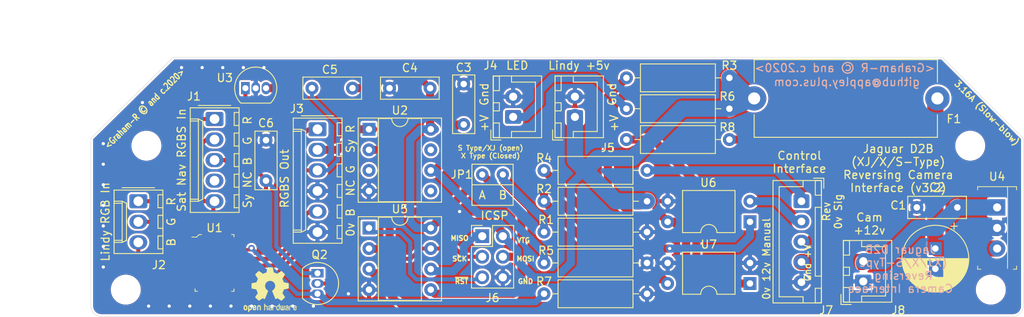
<source format=kicad_pcb>
(kicad_pcb (version 20171130) (host pcbnew 5.1.5-1.fc31)
  (title_block (title "Reversing Camera RGB Interface") (date 15/04/2020) (rev V3.2) (comment 2 "FSAV433/LM1881/ATtiny85 based PCB Prototype") (comment 4 "Author: Graham-R"))
  (layers (0 F.Cu signal hide) (31 B.Cu signal hide) (34 B.Paste user hide) (35 F.Paste user hide) (36 B.SilkS user) (37 F.SilkS user hide) (38 B.Mask user) (39 F.Mask user hide) (44 Edge.Cuts user))
  (net 0 "")
  (net 1 GND)
  (net 2 "Net-(C3-Pad2)")
  (net 3 "Net-(C5-Pad1)")
  (net 4 "Net-(C5-Pad2)")
  (net 5 "Net-(J1-Pad1)")
  (net 6 "Net-(J1-Pad2)")
  (net 7 "Net-(J1-Pad3)")
  (net 8 "Net-(J2-Pad1)")
  (net 9 "Net-(J2-Pad2)")
  (net 10 "Net-(J2-Pad3)")
  (net 11 "Net-(J3-Pad1)")
  (net 12 "Net-(J3-Pad2)")
  (net 13 "Net-(J3-Pad5)")
  (net 14 "Net-(Q2-Pad3)")
  (net 15 "Net-(C1-Pad1)")
  (net 16 "Net-(C2-Pad2)")
  (net 17 "Net-(J7-Pad1)")
  (net 18 "Net-(J7-Pad2)")
  (net 19 "Net-(J7-Pad3)")
  (net 20 "Net-(JP1-Pad2)")
  (net 21 "Net-(R4-Pad2)")
  (net 22 "Net-(R8-Pad2)")
  (net 23 Reverse_Mode_Select_MOSI)
  (net 24 Reverse_signal_Out_SCK)
  (net 25 ~RESET)
  (net 26 NC_MISO)
  (net 27 +5V)
  (net 28 "Net-(J4-Pad1)")
  (net 29 Manual_Override)
  (net 30 Reverse_Signal_In)
  (net 31 +3.3V)
  (module AA_GR_KICAD-footprints:TSSOP-20_W4.4mm (layer F.Cu) (at 40.64 50.8 270)
    (fp_text reference U1 (at -4.318 0 180) (layer F.SilkS))
    (fp_text value FSAV433_Video_Switch)
    (pad 1 smd rect (at -2.925 2.8 270) (size 0.3 1.6) (layers F.Cu F.Paste F.Mask) (net 1 GND))
    (pad 2 smd rect (at -2.275 2.8 270) (size 0.3 1.6) (layers F.Cu F.Paste F.Mask) (net 5 "Net-(J1-Pad1)"))
    (pad 3 smd rect (at -1.625 2.8 270) (size 0.3 1.6) (layers F.Cu F.Paste F.Mask) (net 8 "Net-(J2-Pad1)"))
    (pad 4 smd rect (at -0.975 2.8 270) (size 0.3 1.6) (layers F.Cu F.Paste F.Mask) (net 1 GND))
    (pad 5 smd rect (at -0.325 2.8 270) (size 0.3 1.6) (layers F.Cu F.Paste F.Mask) (net 1 GND))
    (pad 6 smd rect (at 0.325 2.8 270) (size 0.3 1.6) (layers F.Cu F.Paste F.Mask) (net 6 "Net-(J1-Pad2)"))
    (pad 7 smd rect (at 0.975 2.8 270) (size 0.3 1.6) (layers F.Cu F.Paste F.Mask) (net 9 "Net-(J2-Pad2)"))
    (pad 8 smd rect (at 1.625 2.8 270) (size 0.3 1.6) (layers F.Cu F.Paste F.Mask) (net 1 GND))
    (pad 9 smd rect (at 2.275 2.8 270) (size 0.3 1.6) (layers F.Cu F.Paste F.Mask) (net 1 GND))
    (pad 10 smd rect (at 2.925 2.8 270) (size 0.3 1.6) (layers F.Cu F.Paste F.Mask) (net 7 "Net-(J1-Pad3)"))
    (pad 11 smd rect (at 2.925 -2.8 270) (size 0.3 1.6) (layers F.Cu F.Paste F.Mask) (net 10 "Net-(J2-Pad3)"))
    (pad 12 smd rect (at 2.275 -2.8 270) (size 0.3 1.6) (layers F.Cu F.Paste F.Mask) (net 1 GND))
    (pad 13 smd rect (at 1.625 -2.8 270) (size 0.3 1.6) (layers F.Cu F.Paste F.Mask) (net 13 "Net-(J3-Pad5)"))
    (pad 14 smd rect (at 0.975 -2.8 270) (size 0.3 1.6) (layers F.Cu F.Paste F.Mask) (net 1 GND))
    (pad 15 smd rect (at 0.325 -2.8 270) (size 0.3 1.6) (layers F.Cu F.Paste F.Mask) (net 4 "Net-(C5-Pad2)"))
    (pad 16 smd rect (at -0.325 -2.8 270) (size 0.3 1.6) (layers F.Cu F.Paste F.Mask) (net 1 GND))
    (pad 17 smd rect (at -0.975 -2.8 270) (size 0.3 1.6) (layers F.Cu F.Paste F.Mask) (net 11 "Net-(J3-Pad1)"))
    (pad 18 smd rect (at -1.625 -2.8 270) (size 0.3 1.6) (layers F.Cu F.Paste F.Mask) (net 14 "Net-(Q2-Pad3)"))
    (pad 19 smd rect (at -2.275 -2.8 270) (size 0.3 1.6) (layers F.Cu F.Paste F.Mask) (net 31 +3.3V))
    (pad 20 smd rect (at -2.925 -2.8 270) (size 0.3 1.6) (layers F.Cu F.Paste F.Mask) (net 31 +3.3V))
  )
  (module Symbol:OSHW-Logo2_7.3x6mm_SilkScreen (layer F.Cu) (at 47.498 54.102)
    (fp_text reference REF** hide)
    (fp_text value OSHW-Logo2_7.3x6mm_SilkScreen hide)
  )
  (module Capacitor_THT:C_Rect_L7.0mm_W2.5mm_P5.00mm (layer F.Cu) (at 57.658 29.21 180)
    (fp_text reference C5 (at 2.794 2.286) (layer F.SilkS))
    (fp_text value 104K)
    (pad 1 thru_hole circle (at 0 0 180) (size 1.6 1.6) (drill 0.8) (layers *.Cu *.Mask) (net 3 "Net-(C5-Pad1)"))
    (pad 2 thru_hole circle (at 5 0 180) (size 1.6 1.6) (drill 0.8) (layers *.Cu *.Mask) (net 4 "Net-(C5-Pad2)"))
  )
  (module Connector_Molex:Molex_KK-254_AE-6410-06A_1x06_P2.54mm_Vertical (layer F.Cu) (at 53.34 34.29 270)
    (fp_text reference J3 (at -2.54 2.54 180) (layer F.SilkS))
    (fp_text value Conn_01x06)
    (pad 1 thru_hole roundrect (at 0 0 270) (size 1.74 2.2) (drill 1.2) (layers *.Cu *.Mask) (roundrect_rratio 0.143678) (net 11 "Net-(J3-Pad1)"))
    (pad 2 thru_hole oval (at 2.54 0 270) (size 1.74 2.2) (drill 1.2) (layers *.Cu *.Mask) (net 12 "Net-(J3-Pad2)"))
    (pad 3 thru_hole oval (at 5.08 0 270) (size 1.74 2.2) (drill 1.2) (layers *.Cu *.Mask) (net 4 "Net-(C5-Pad2)"))
    (pad 4 thru_hole oval (at 7.62 0 270) (size 1.74 2.2) (drill 1.2) (layers *.Cu *.Mask) (net 1 GND))
    (pad 5 thru_hole oval (at 10.16 0 270) (size 1.74 2.2) (drill 1.2) (layers *.Cu *.Mask) (net 13 "Net-(J3-Pad5)"))
    (pad 6 thru_hole oval (at 12.7 0 270) (size 1.74 2.2) (drill 1.2) (layers *.Cu *.Mask) (net 1 GND))
  )
  (module Capacitor_THT:C_Rect_L7.0mm_W2.5mm_P5.00mm (layer F.Cu) (at 71.374 28.702 270)
    (fp_text reference C3 (at -2.032 0 180) (layer F.SilkS))
    (fp_text value 104K)
    (pad 2 thru_hole circle (at 5 0 270) (size 1.6 1.6) (drill 0.8) (layers *.Cu *.Mask) (net 2 "Net-(C3-Pad2)"))
    (pad 1 thru_hole circle (at 0 0 270) (size 1.6 1.6) (drill 0.8) (layers *.Cu *.Mask) (net 1 GND))
  )
  (module Connector_JST:JST_XH_B2B-XH-A_1x02_P2.50mm_Vertical (layer F.Cu) (at 120.65 53.086 90)
    (fp_text reference J8 (at -3.556 4.318 180) (layer F.SilkS))
    (fp_text value Conn_01x02)
    (pad 1 thru_hole roundrect (at 0 0 90) (size 1.7 2) (drill 1) (layers *.Cu *.Mask) (roundrect_rratio 0.147059) (net 1 GND))
    (pad 2 thru_hole oval (at 2.5 0 90) (size 1.7 2) (drill 1) (layers *.Cu *.Mask) (net 16 "Net-(C2-Pad2)"))
  )
  (module Package_TO_SOT_THT:TO-92_Inline (layer F.Cu) (at 53.34 52.07 270)
    (fp_text reference Q2 (at -2.286 -0.254 180) (layer F.SilkS))
    (fp_text value BC550)
    (pad 2 thru_hole oval (at 1.27 0 270) (size 1.05 1.5) (drill 0.75) (layers *.Cu *.Mask) (net 24 Reverse_signal_Out_SCK))
    (pad 3 thru_hole oval (at 2.54 0 270) (size 1.05 1.5) (drill 0.75) (layers *.Cu *.Mask) (net 14 "Net-(Q2-Pad3)"))
    (pad 1 thru_hole rect (at 0 0 270) (size 1.05 1.5) (drill 0.75) (layers *.Cu *.Mask) (net 31 +3.3V))
  )
  (module Package_TO_SOT_THT:TO-92_Inline (layer F.Cu) (at 44.45 29.21)
    (fp_text reference U3 (at -2.54 -1.27) (layer F.SilkS))
    (fp_text value L78L33_TO92)
    (pad 2 thru_hole oval (at 1.27 0) (size 1.05 1.5) (drill 0.75) (layers *.Cu *.Mask) (net 1 GND))
    (pad 3 thru_hole oval (at 2.54 0) (size 1.05 1.5) (drill 0.75) (layers *.Cu *.Mask) (net 27 +5V))
    (pad 1 thru_hole rect (at 0 0) (size 1.05 1.5) (drill 0.75) (layers *.Cu *.Mask) (net 31 +3.3V))
  )
  (module digikey-footprints:TO-220-3 (layer F.Cu) (at 137.16 43.94 270)
    (fp_text reference U4 (at -3.808 0 180) (layer F.SilkS))
    (fp_text value L7805CV)
    (pad 1 thru_hole rect (at 0 0 270) (size 2 2) (drill 1) (layers *.Cu *.Mask) (net 16 "Net-(C2-Pad2)"))
    (pad 2 thru_hole circle (at 2.54 0 270) (size 2 2) (drill 1) (layers *.Cu *.Mask) (net 1 GND))
    (pad 3 thru_hole circle (at 5.08 0 270) (size 2 2) (drill 1) (layers *.Cu *.Mask) (net 15 "Net-(C1-Pad1)"))
  )
  (module Resistor_THT:R_Axial_DIN0309_L9.0mm_D3.2mm_P12.70mm_Horizontal (layer F.Cu) (at 81.28 46.99)
    (fp_text reference R1 (at 0.254 -1.524) (layer F.SilkS))
    (fp_text value 1K)
    (pad 2 thru_hole oval (at 12.7 0) (size 1.6 1.6) (drill 0.8) (layers *.Cu *.Mask) (net 1 GND))
    (pad 1 thru_hole circle (at 0 0) (size 1.6 1.6) (drill 0.8) (layers *.Cu *.Mask) (net 20 "Net-(JP1-Pad2)"))
  )
  (module Resistor_THT:R_Axial_DIN0309_L9.0mm_D3.2mm_P12.70mm_Horizontal (layer F.Cu) (at 93.98 43.18 180)
    (fp_text reference R2 (at 12.7 1.524) (layer F.SilkS))
    (fp_text value 1K)
    (pad 1 thru_hole circle (at 0 0 180) (size 1.6 1.6) (drill 0.8) (layers *.Cu *.Mask) (net 27 +5V))
    (pad 2 thru_hole oval (at 12.7 0 180) (size 1.6 1.6) (drill 0.8) (layers *.Cu *.Mask) (net 29 Manual_Override))
  )
  (module Resistor_THT:R_Axial_DIN0309_L9.0mm_D3.2mm_P12.70mm_Horizontal (layer F.Cu) (at 104.14 27.94 180)
    (fp_text reference R3 (at 0 1.524 180) (layer F.SilkS))
    (fp_text value 1K)
    (pad 1 thru_hole circle (at 0 0 180) (size 1.6 1.6) (drill 0.8) (layers *.Cu *.Mask) (net 27 +5V))
    (pad 2 thru_hole oval (at 12.7 0 180) (size 1.6 1.6) (drill 0.8) (layers *.Cu *.Mask) (net 30 Reverse_Signal_In))
  )
  (module Resistor_THT:R_Axial_DIN0309_L9.0mm_D3.2mm_P12.70mm_Horizontal (layer F.Cu) (at 93.98 39.37 180)
    (fp_text reference R4 (at 12.7 1.524) (layer F.SilkS))
    (fp_text value 1K)
    (pad 2 thru_hole oval (at 12.7 0 180) (size 1.6 1.6) (drill 0.8) (layers *.Cu *.Mask) (net 21 "Net-(R4-Pad2)"))
    (pad 1 thru_hole circle (at 0 0 180) (size 1.6 1.6) (drill 0.8) (layers *.Cu *.Mask) (net 17 "Net-(J7-Pad1)"))
  )
  (module Package_DIP:DIP-4_W10.16mm (layer F.Cu) (at 106.68 45.72 180)
    (fp_text reference U6 (at 5.1308 4.826) (layer F.SilkS))
    (fp_text value LTV-817M)
    (pad 4 thru_hole oval (at 10.16 0 180) (size 1.6 1.6) (drill 0.8) (layers *.Cu *.Mask) (net 30 Reverse_Signal_In))
    (pad 2 thru_hole oval (at 0 2.54 180) (size 1.6 1.6) (drill 0.8) (layers *.Cu *.Mask) (net 18 "Net-(J7-Pad2)"))
    (pad 3 thru_hole oval (at 10.16 2.54 180) (size 1.6 1.6) (drill 0.8) (layers *.Cu *.Mask) (net 1 GND))
    (pad 1 thru_hole rect (at 0 0 180) (size 1.6 1.6) (drill 0.8) (layers *.Cu *.Mask) (net 21 "Net-(R4-Pad2)"))
  )
  (module Package_DIP:DIP-4_W10.16mm (layer F.Cu) (at 106.68 53.34 180)
    (fp_text reference U7 (at 5.08 4.826) (layer F.SilkS))
    (fp_text value LTV-817M)
    (pad 1 thru_hole rect (at 0 0 180) (size 1.6 1.6) (drill 0.8) (layers *.Cu *.Mask) (net 22 "Net-(R8-Pad2)"))
    (pad 3 thru_hole oval (at 10.16 2.54 180) (size 1.6 1.6) (drill 0.8) (layers *.Cu *.Mask) (net 1 GND))
    (pad 2 thru_hole oval (at 0 2.54 180) (size 1.6 1.6) (drill 0.8) (layers *.Cu *.Mask) (net 1 GND))
    (pad 4 thru_hole oval (at 10.16 0 180) (size 1.6 1.6) (drill 0.8) (layers *.Cu *.Mask) (net 29 Manual_Override))
  )
  (module Fuse:Fuseholder_Cylinder-5x20mm_Stelvio-Kontek_PTF78_Horizontal_Open (layer F.Cu) (at 129.794 30.48 180)
    (fp_text reference F1 (at -2.032 -2.54) (layer F.SilkS))
    (fp_text value Fuse)
    (pad 1 thru_hole circle (at 0 0 180) (size 3 3) (drill 1.5) (layers *.Cu *.Mask) (net 15 "Net-(C1-Pad1)"))
    (pad 2 thru_hole circle (at 22.6 0 180) (size 3 3) (drill 1.5) (layers *.Cu *.Mask) (net 27 +5V))
  )
  (module AA_GR_KICAD-footprints:Jumper_THT_2 (layer F.Cu) (at 73.66 39.878)
    (fp_text reference JP1 (at -2.54 0) (layer F.SilkS))
    (fp_text value Jumper_2_Open)
    (fp_text user A (at 0 2.54) (layer F.SilkS))
    (fp_text user B (at 2.54 2.54) (layer F.SilkS))
    (pad 1 thru_hole circle (at 0 0) (size 1.524 1.524) (drill 0.762) (layers *.Cu *.Mask) (net 23 Reverse_Mode_Select_MOSI))
    (pad 2 thru_hole circle (at 2.54 0) (size 1.524 1.524) (drill 0.762) (layers *.Cu *.Mask) (net 20 "Net-(JP1-Pad2)"))
  )
  (module Package_DIP:DIP-8_W7.62mm_Socket (layer F.Cu) (at 59.69 46.482)
    (fp_text reference U5 (at 3.81 -2.33) (layer F.SilkS))
    (fp_text value ATtiny85-20PU)
    (pad 8 thru_hole oval (at 7.62 0) (size 1.6 1.6) (drill 0.8) (layers *.Cu *.Mask) (net 27 +5V))
    (pad 4 thru_hole oval (at 0 7.62) (size 1.6 1.6) (drill 0.8) (layers *.Cu *.Mask) (net 1 GND))
    (pad 7 thru_hole oval (at 7.62 2.54) (size 1.6 1.6) (drill 0.8) (layers *.Cu *.Mask) (net 24 Reverse_signal_Out_SCK))
    (pad 3 thru_hole oval (at 0 5.08) (size 1.6 1.6) (drill 0.8) (layers *.Cu *.Mask) (net 30 Reverse_Signal_In))
    (pad 6 thru_hole oval (at 7.62 5.08) (size 1.6 1.6) (drill 0.8) (layers *.Cu *.Mask) (net 26 NC_MISO))
    (pad 2 thru_hole oval (at 0 2.54) (size 1.6 1.6) (drill 0.8) (layers *.Cu *.Mask) (net 29 Manual_Override))
    (pad 5 thru_hole oval (at 7.62 7.62) (size 1.6 1.6) (drill 0.8) (layers *.Cu *.Mask) (net 23 Reverse_Mode_Select_MOSI))
    (pad 1 thru_hole rect (at 0 0) (size 1.6 1.6) (drill 0.8) (layers *.Cu *.Mask) (net 25 ~RESET))
  )
  (module Connector_PinHeader_2.54mm:PinHeader_2x03_P2.54mm_Vertical (layer F.Cu) (at 73.66 47.498)
    (fp_text reference J6 (at 1.27 7.62) (layer F.SilkS))
    (fp_text value Conn_02x03_Odd_Even)
    (pad 1 thru_hole rect (at 0 0) (size 1.7 1.7) (drill 1) (layers *.Cu *.Mask) (net 26 NC_MISO))
    (pad 2 thru_hole oval (at 2.54 0) (size 1.7 1.7) (drill 1) (layers *.Cu *.Mask) (net 27 +5V))
    (pad 3 thru_hole oval (at 0 2.54) (size 1.7 1.7) (drill 1) (layers *.Cu *.Mask) (net 24 Reverse_signal_Out_SCK))
    (pad 4 thru_hole oval (at 2.54 2.54) (size 1.7 1.7) (drill 1) (layers *.Cu *.Mask) (net 23 Reverse_Mode_Select_MOSI))
    (pad 5 thru_hole oval (at 0 5.08) (size 1.7 1.7) (drill 1) (layers *.Cu *.Mask) (net 25 ~RESET))
    (pad 6 thru_hole oval (at 2.54 5.08) (size 1.7 1.7) (drill 1) (layers *.Cu *.Mask) (net 1 GND))
  )
  (module MountingHole:MountingHole_3.2mm_M3_ISO7380 (layer F.Cu) (at 29.7 54.1)
    (fp_text reference H1 hide)
    (fp_text value MountingHole)
    (pad 1 np_thru_hole circle (at 0 0) (size 3.2 3.2) (drill 3.2) (layers *.Cu *.Mask))
  )
  (module MountingHole:MountingHole_3.2mm_M3_ISO7380 (layer F.Cu) (at 32.24 36.32 90)
    (fp_text reference H2 hide)
    (fp_text value MountingHole)
    (pad 1 np_thru_hole circle (at 0 0 90) (size 3.2 3.2) (drill 3.2) (layers *.Cu *.Mask))
  )
  (module MountingHole:MountingHole_3.2mm_M3_ISO7380 (layer F.Cu) (at 133.84 36.32)
    (fp_text reference H3 hide)
    (fp_text value MountingHole)
    (pad 1 np_thru_hole circle (at 0 0) (size 3.2 3.2) (drill 3.2) (layers *.Cu *.Mask))
  )
  (module AA_GR_KICAD-footprints:MountingHole_3.2mm_M3_ISO7380_no_courtyard (layer F.Cu) (at 136.38 54.1)
    (fp_text reference H4 hide)
    (fp_text value MountingHole hide)
    (pad 1 np_thru_hole circle (at 0 0) (size 3.2 3.2) (drill 3.2) (layers *.Cu *.Mask))
  )
  (module Capacitor_THT:CP_Radial_D8.0mm_P2.50mm (layer F.Cu) (at 129.54 49.022 270)
    (fp_text reference C1 (at -5.334 4.572 180) (layer F.SilkS))
    (fp_text value 220uF/25V)
    (pad 1 thru_hole rect (at 0 0 270) (size 1.6 1.6) (drill 0.8) (layers *.Cu *.Mask) (net 15 "Net-(C1-Pad1)"))
    (pad 2 thru_hole circle (at 2.5 0 270) (size 1.6 1.6) (drill 0.8) (layers *.Cu *.Mask) (net 1 GND))
  )
  (module Capacitor_THT:C_Rect_L7.0mm_W2.5mm_P5.00mm (layer F.Cu) (at 127.254 43.942)
    (fp_text reference C2 (at 2.5 -2.5) (layer F.SilkS))
    (fp_text value 103K)
    (pad 2 thru_hole circle (at 5 0) (size 1.6 1.6) (drill 0.8) (layers *.Cu *.Mask) (net 16 "Net-(C2-Pad2)"))
    (pad 1 thru_hole circle (at 0 0) (size 1.6 1.6) (drill 0.8) (layers *.Cu *.Mask) (net 1 GND))
  )
  (module Capacitor_THT:C_Rect_L7.0mm_W2.5mm_P5.00mm (layer F.Cu) (at 62.23 29.21)
    (fp_text reference C4 (at 2.5 -2.5) (layer F.SilkS))
    (fp_text value 104K)
    (pad 1 thru_hole circle (at 0 0) (size 1.6 1.6) (drill 0.8) (layers *.Cu *.Mask) (net 1 GND))
    (pad 2 thru_hole circle (at 5 0) (size 1.6 1.6) (drill 0.8) (layers *.Cu *.Mask) (net 27 +5V))
  )
  (module Capacitor_THT:C_Rect_L7.0mm_W2.5mm_P5.00mm (layer F.Cu) (at 46.99 40.64 90)
    (fp_text reference C6 (at 7.112 0 180) (layer F.SilkS))
    (fp_text value 103K)
    (pad 1 thru_hole circle (at 0 0 90) (size 1.6 1.6) (drill 0.8) (layers *.Cu *.Mask) (net 31 +3.3V))
    (pad 2 thru_hole circle (at 5 0 90) (size 1.6 1.6) (drill 0.8) (layers *.Cu *.Mask) (net 1 GND))
  )
  (module Connector_Molex:Molex_KK-254_AE-6410-05A_1x05_P2.54mm_Vertical (layer F.Cu) (at 40.64 33.02 270)
    (fp_text reference J1 (at -2.794 2.54 180) (layer F.SilkS))
    (fp_text value Conn_01x05)
    (pad 1 thru_hole roundrect (at 0 0 270) (size 1.74 2.2) (drill 1.2) (layers *.Cu *.Mask) (roundrect_rratio 0.143678) (net 5 "Net-(J1-Pad1)"))
    (pad 2 thru_hole oval (at 2.54 0 270) (size 1.74 2.2) (drill 1.2) (layers *.Cu *.Mask) (net 6 "Net-(J1-Pad2)"))
    (pad 3 thru_hole oval (at 5.08 0 270) (size 1.74 2.2) (drill 1.2) (layers *.Cu *.Mask) (net 7 "Net-(J1-Pad3)"))
    (pad 4 thru_hole oval (at 7.62 0 270) (size 1.74 2.2) (drill 1.2) (layers *.Cu *.Mask))
    (pad 5 thru_hole oval (at 10.16 0 270) (size 1.74 2.2) (drill 1.2) (layers *.Cu *.Mask) (net 6 "Net-(J1-Pad2)"))
  )
  (module Connector_Molex:Molex_KK-254_AE-6410-03A_1x03_P2.54mm_Vertical (layer F.Cu) (at 31.242 43.18 270)
    (fp_text reference J2 (at 7.874 -2.54 180) (layer F.SilkS))
    (fp_text value Conn_01x03)
    (pad 1 thru_hole roundrect (at 0 0 270) (size 1.74 2.2) (drill 1.2) (layers *.Cu *.Mask) (roundrect_rratio 0.143678) (net 8 "Net-(J2-Pad1)"))
    (pad 2 thru_hole oval (at 2.54 0 270) (size 1.74 2.2) (drill 1.2) (layers *.Cu *.Mask) (net 9 "Net-(J2-Pad2)"))
    (pad 3 thru_hole oval (at 5.08 0 270) (size 1.74 2.2) (drill 1.2) (layers *.Cu *.Mask) (net 10 "Net-(J2-Pad3)"))
  )
  (module Connector_JST:JST_XH_B2B-XH-A_1x02_P2.50mm_Vertical (layer F.Cu) (at 77.47 32.766 90)
    (fp_text reference J4 (at 6.35 -2.794 180) (layer F.SilkS))
    (fp_text value Conn_01x03)
    (pad 1 thru_hole roundrect (at 0 0 90) (size 1.7 2) (drill 1) (layers *.Cu *.Mask) (roundrect_rratio 0.147059) (net 28 "Net-(J4-Pad1)"))
    (pad 2 thru_hole oval (at 2.5 0 90) (size 1.7 2) (drill 1) (layers *.Cu *.Mask) (net 1 GND))
  )
  (module Connector_JST:JST_XH_B2B-XH-A_1x02_P2.50mm_Vertical (layer F.Cu) (at 85.09 32.766 90)
    (fp_text reference J5 (at -3.81 4.064 180) (layer F.SilkS))
    (fp_text value Conn_01x03)
    (pad 2 thru_hole oval (at 2.5 0 90) (size 1.7 2) (drill 1) (layers *.Cu *.Mask) (net 1 GND))
    (pad 1 thru_hole roundrect (at 0 0 90) (size 1.7 2) (drill 1) (layers *.Cu *.Mask) (roundrect_rratio 0.147059) (net 27 +5V))
  )
  (module Connector_JST:JST_XH_B5B-XH-A_1x05_P2.50mm_Vertical (layer F.Cu) (at 113.03 43.18 270)
    (fp_text reference J7 (at 13.462 -3.048 180) (layer F.SilkS))
    (fp_text value Conn_01x05)
    (pad 1 thru_hole roundrect (at 0 0 270) (size 1.7 1.95) (drill 0.95) (layers *.Cu *.Mask) (roundrect_rratio 0.147059) (net 17 "Net-(J7-Pad1)"))
    (pad 2 thru_hole oval (at 2.5 0 270) (size 1.7 1.95) (drill 0.95) (layers *.Cu *.Mask) (net 18 "Net-(J7-Pad2)"))
    (pad 3 thru_hole oval (at 5 0 270) (size 1.7 1.95) (drill 0.95) (layers *.Cu *.Mask) (net 19 "Net-(J7-Pad3)"))
    (pad 4 thru_hole oval (at 7.5 0 270) (size 1.7 1.95) (drill 0.95) (layers *.Cu *.Mask) (net 16 "Net-(C2-Pad2)"))
    (pad 5 thru_hole oval (at 10 0 270) (size 1.7 1.95) (drill 0.95) (layers *.Cu *.Mask) (net 1 GND))
  )
  (module Resistor_THT:R_Axial_DIN0309_L9.0mm_D3.2mm_P12.70mm_Horizontal (layer F.Cu) (at 93.98 50.8 180)
    (fp_text reference R5 (at 12.446 1.524) (layer F.SilkS))
    (fp_text value 680K)
    (pad 1 thru_hole circle (at 0 0 180) (size 1.6 1.6) (drill 0.8) (layers *.Cu *.Mask) (net 1 GND))
    (pad 2 thru_hole oval (at 12.7 0 180) (size 1.6 1.6) (drill 0.8) (layers *.Cu *.Mask) (net 2 "Net-(C3-Pad2)"))
  )
  (module Resistor_THT:R_Axial_DIN0309_L9.0mm_D3.2mm_P12.70mm_Horizontal (layer F.Cu) (at 104.14 31.75 180)
    (fp_text reference R6 (at 0.254 1.524 180) (layer F.SilkS))
    (fp_text value 330R)
    (pad 2 thru_hole oval (at 12.7 0 180) (size 1.6 1.6) (drill 0.8) (layers *.Cu *.Mask) (net 28 "Net-(J4-Pad1)"))
    (pad 1 thru_hole circle (at 0 0 180) (size 1.6 1.6) (drill 0.8) (layers *.Cu *.Mask) (net 27 +5V))
  )
  (module Resistor_THT:R_Axial_DIN0309_L9.0mm_D3.2mm_P12.70mm_Horizontal (layer F.Cu) (at 81.28 54.61)
    (fp_text reference R7 (at 0 -1.524) (layer F.SilkS))
    (fp_text value 10K)
    (pad 1 thru_hole circle (at 0 0) (size 1.6 1.6) (drill 0.8) (layers *.Cu *.Mask) (net 14 "Net-(Q2-Pad3)"))
    (pad 2 thru_hole oval (at 12.7 0) (size 1.6 1.6) (drill 0.8) (layers *.Cu *.Mask) (net 1 GND))
  )
  (module Resistor_THT:R_Axial_DIN0309_L9.0mm_D3.2mm_P12.70mm_Horizontal (layer F.Cu) (at 104.14 35.56 180)
    (fp_text reference R8 (at 0.254 1.524) (layer F.SilkS))
    (fp_text value 1K)
    (pad 2 thru_hole oval (at 12.7 0 180) (size 1.6 1.6) (drill 0.8) (layers *.Cu *.Mask) (net 22 "Net-(R8-Pad2)"))
    (pad 1 thru_hole circle (at 0 0 180) (size 1.6 1.6) (drill 0.8) (layers *.Cu *.Mask) (net 19 "Net-(J7-Pad3)"))
  )
  (module Package_DIP:DIP-8_W7.62mm_Socket (layer F.Cu) (at 59.69 34.29)
    (fp_text reference U2 (at 3.81 -2.33) (layer F.SilkS))
    (fp_text value LM1881_DIP8)
    (pad 1 thru_hole rect (at 0 0) (size 1.6 1.6) (drill 0.8) (layers *.Cu *.Mask) (net 12 "Net-(J3-Pad2)"))
    (pad 5 thru_hole oval (at 7.62 7.62) (size 1.6 1.6) (drill 0.8) (layers *.Cu *.Mask))
    (pad 2 thru_hole oval (at 0 2.54) (size 1.6 1.6) (drill 0.8) (layers *.Cu *.Mask) (net 3 "Net-(C5-Pad1)"))
    (pad 6 thru_hole oval (at 7.62 5.08) (size 1.6 1.6) (drill 0.8) (layers *.Cu *.Mask) (net 2 "Net-(C3-Pad2)"))
    (pad 3 thru_hole oval (at 0 5.08) (size 1.6 1.6) (drill 0.8) (layers *.Cu *.Mask))
    (pad 7 thru_hole oval (at 7.62 2.54) (size 1.6 1.6) (drill 0.8) (layers *.Cu *.Mask))
    (pad 4 thru_hole oval (at 0 7.62) (size 1.6 1.6) (drill 0.8) (layers *.Cu *.Mask) (net 1 GND))
    (pad 8 thru_hole oval (at 7.62 0) (size 1.6 1.6) (drill 0.8) (layers *.Cu *.Mask) (net 27 +5V))
  )
  (gr_text "0v 12v Manual" (at 108.712 50.292 90) (layer F.SilkS) (effects (font (size 0.9 0.9))))
  (gr_text ICSP (at 75.184 44.958) (layer F.SilkS) (effects (font (size 1 1))))
  (gr_text ~RST (at 71.12 53.086) (layer F.SilkS) (effects (font (size 0.6 0.6))))
  (gr_text SCK (at 70.866 50.292) (layer F.SilkS) (effects (font (size 0.6 0.6))))
  (gr_text MISO (at 70.866 47.752) (layer F.SilkS) (effects (font (size 0.6 0.6))))
  (gr_text VTG (at 78.74 48.006) (layer F.SilkS) (effects (font (size 0.6 0.6))))
  (gr_text GND (at 78.994 53.086) (layer F.SilkS) (effects (font (size 0.6 0.6))))
  (gr_text MOSI (at 78.994 50.292) (layer F.SilkS) (effects (font (size 0.6 0.6))))
  (gr_text "Rev\n0v Sig" (at 116.84 44.45 90) (layer F.SilkS) (effects (font (size 0.9 0.9))))
  (gr_text "<Graham-R © and c.2020>" (at 118.364 26.7208) (layer B.SilkS) (effects (font (size 1 1)) (justify mirror)))
  (gr_arc (start 26.67 56.134) (end 25.4 56.134) (angle -90) (layer Edge.Cuts) (width 0.05))
  (gr_arc (start 139.1158 56.134) (end 139.1158 57.404) (angle -90) (layer Edge.Cuts) (width 0.05))
  (gr_text github@appley.plus.com (at 118.618 28.448) (layer B.SilkS) (effects (font (size 1 1)) (justify mirror)))
  (gr_text "Jaguar D2B\n(XJ/X/S-Type)\nReversing \nCamera Interface" (at 125.222 51.562) (layer B.SilkS) (effects (font (size 1 1)) (justify mirror)))
  (gr_text "Control\nInterface" (at 112.776 38.354) (layer F.SilkS) (effects (font (size 1 1))))
  (gr_text "Gnd +V" (at 113.792 50.8 90) (layer F.SilkS) (effects (font (size 0.8 0.8))))
  (gr_text "Cam\n+12v" (at 121.412 45.974) (layer F.SilkS) (effects (font (size 1 1))))
  (gr_text "S Type/XJ (open)\nX Type (Closed)" (at 74.676 37.084) (layer F.SilkS) (effects (font (size 0.6 0.6) (thickness 0.125))))
  (gr_text "<Graham-R © and c.2020>" (at 32.004 31.75 45) (layer F.SilkS) (effects (font (size 0.8 0.6))))
  (gr_text "Jaguar D2B\n(XJ/X/S-Type)\nReversing Camera\nInterface (v3.2)" (at 124.968 39.116) (layer F.SilkS) (effects (font (size 1 1))))
  (gr_text "RGBS Out" (at 49.276 40.386 90) (layer F.SilkS) (effects (font (size 1 1))))
  (gr_text "B  G  R" (at 35.306 45.72 90) (layer F.SilkS) (effects (font (size 1 1))))
  (gr_text "0v B  NC G  Sy R" (at 57.404 40.64 90) (layer F.SilkS) (effects (font (size 1 1))))
  (gr_text "Sy NC B  G  R" (at 44.704 38.354 90) (layer F.SilkS) (effects (font (size 1 1))))
  (gr_text "Sat Nav RGBS In" (at 36.576 38.1 90) (layer F.SilkS) (effects (font (size 1 1))))
  (gr_text "Lindy RGB In" (at 27.178 45.72 90) (layer F.SilkS) (effects (font (size 1 1))))
  (gr_text +V (at 89.916 33.528 90) (layer F.SilkS) (effects (font (size 1 1))))
  (gr_text +V (at 73.914 33.528 90) (layer F.SilkS) (effects (font (size 1 1))))
  (gr_text Gnd (at 73.914 29.972 90) (layer F.SilkS) (effects (font (size 1 1))))
  (gr_text Gnd (at 89.662 29.972 90) (layer F.SilkS) (effects (font (size 1 1))))
  (gr_text "Lindy +5v" (at 85.598 26.416) (layer F.SilkS) (effects (font (size 1 1))))
  (gr_text LED (at 77.978 26.416) (layer F.SilkS) (effects (font (size 1 1))))
  (gr_text "3.16A (Slow-blow)" (at 135.89 32.258 -45) (layer F.SilkS) (effects (font (size 0.75 0.75))))
  (gr_line (start 140.3858 35.4) (end 130.3858 25.4) (layer Edge.Cuts) (width 0.05))
  (gr_line (start 35.56 25.4) (end 25.4 35.4) (layer Edge.Cuts) (width 0.05))
  (gr_line (start 26.67 57.404) (end 139.1158 57.404) (layer Edge.Cuts) (width 0.05))
  (gr_line (start 25.4 35.4) (end 25.4 56.134) (layer Edge.Cuts) (width 0.05))
  (gr_line (start 140.3858 35.4) (end 140.3858 56.134) (layer Edge.Cuts) (width 0.05))
  (gr_line (start 35.56 25.4) (end 130.3858 25.4) (layer Edge.Cuts) (width 0.05))
  (via (at 32.512 56.134) (size 0.8) (drill 0.4) (layers F.Cu B.Cu) (net 1))
  (via (at 35.052 56.134) (size 0.8) (drill 0.4) (layers F.Cu B.Cu) (net 1))
  (via (at 37.592 56.134) (size 0.8) (drill 0.4) (layers F.Cu B.Cu) (net 1))
  (via (at 40.132 56.134) (size 0.8) (drill 0.4) (layers F.Cu B.Cu) (net 1))
  (via (at 42.672 56.134) (size 0.8) (drill 0.4) (layers F.Cu B.Cu) (net 1))
  (via (at 45.212 56.134) (size 0.8) (drill 0.4) (layers F.Cu B.Cu) (net 1))
  (via (at 47.752 56.134) (size 0.8) (drill 0.4) (layers F.Cu B.Cu) (net 1))
  (via (at 50.292 56.134) (size 0.8) (drill 0.4) (layers F.Cu B.Cu) (net 1))
  (via (at 52.832 56.134) (size 0.8) (drill 0.4) (layers F.Cu B.Cu) (net 1))
  (via (at 26.924 36.068) (size 0.8) (drill 0.4) (layers F.Cu B.Cu) (net 1))
  (via (at 26.924 38.608) (size 0.8) (drill 0.4) (layers F.Cu B.Cu) (net 1))
  (via (at 26.924 41.148) (size 0.8) (drill 0.4) (layers F.Cu B.Cu) (net 1))
  (via (at 26.924 43.688) (size 0.8) (drill 0.4) (layers F.Cu B.Cu) (net 1))
  (via (at 26.924 46.228) (size 0.8) (drill 0.4) (layers F.Cu B.Cu) (net 1))
  (via (at 26.924 48.768) (size 0.8) (drill 0.4) (layers F.Cu B.Cu) (net 1))
  (via (at 26.924 51.308) (size 0.8) (drill 0.4) (layers F.Cu B.Cu) (net 1))
  (via (at 36.576 26.67) (size 0.8) (drill 0.4) (layers F.Cu B.Cu) (net 1))
  (via (at 39.116 26.67) (size 0.8) (drill 0.4) (layers F.Cu B.Cu) (net 1))
  (via (at 41.656 26.67) (size 0.8) (drill 0.4) (layers F.Cu B.Cu) (net 1))
  (via (at 44.196 26.67) (size 0.8) (drill 0.4) (layers F.Cu B.Cu) (net 1))
  (via (at 46.736 26.67) (size 0.8) (drill 0.4) (layers F.Cu B.Cu) (net 1))
  (via (at 31.75 30.988) (size 0.8) (drill 0.4) (layers F.Cu B.Cu) (net 1))
  (via (at 57.15 54.61) (size 0.8) (drill 0.4) (layers F.Cu B.Cu) (net 1))
  (segment (start 131.358 51.522) (end 129.794 51.522) (width 2) (layer B.Cu) (net 1))
  (segment (start 135.745787 46.48) (end 135.743787 46.482) (width 2) (layer B.Cu) (net 1))
  (segment (start 137.16 46.48) (end 135.745787 46.48) (width 2) (layer B.Cu) (net 1))
  (segment (start 134.112 46.482) (end 132.842 47.752) (width 2) (layer B.Cu) (net 1))
  (segment (start 135.743787 46.482) (end 134.112 46.482) (width 2) (layer B.Cu) (net 1))
  (segment (start 132.842 50.038) (end 131.358 51.522) (width 2) (layer B.Cu) (net 1))
  (segment (start 132.842 47.752) (end 132.842 50.038) (width 2) (layer B.Cu) (net 1))
  (via (at 70.866 44.45) (size 0.8) (drill 0.4) (layers F.Cu B.Cu) (net 1))
  (segment (start 69.318001 34.995999) (end 69.318001 37.869999) (width 1) (layer F.Cu) (net 2))
  (segment (start 69.318001 37.869999) (end 67.818 39.37) (width 1) (layer F.Cu) (net 2))
  (segment (start 71.374 33.702) (end 70.612 33.702) (width 1) (layer F.Cu) (net 2))
  (segment (start 70.612 33.702) (end 69.318001 34.995999) (width 1) (layer F.Cu) (net 2))
  (segment (start 81.28 50.8) (end 81.280005 50.800005) (width 1) (layer B.Cu) (net 2))
  (segment (start 81.28 49.570464) (end 81.28 50.8) (width 1) (layer B.Cu) (net 2))
  (segment (start 76.413536 44.704) (end 81.28 49.570464) (width 1) (layer B.Cu) (net 2))
  (segment (start 67.818 39.37) (end 73.152 44.704) (width 1) (layer B.Cu) (net 2))
  (segment (start 73.152 44.704) (end 76.413536 44.704) (width 1) (layer B.Cu) (net 2))
  (segment (start 58.78937 29.21) (end 62.23 32.65063) (width 1) (layer F.Cu) (net 3))
  (segment (start 57.658 29.21) (end 58.78937 29.21) (width 1) (layer F.Cu) (net 3))
  (segment (start 61.32937 36.83) (end 60.198 36.83) (width 1) (layer F.Cu) (net 3))
  (segment (start 62.23 35.92937) (end 61.32937 36.83) (width 1) (layer F.Cu) (net 3))
  (segment (start 62.23 32.65063) (end 62.23 35.92937) (width 1) (layer F.Cu) (net 3))
  (segment (start 52.658 30.34137) (end 55.88 33.56337) (width 0.5) (layer B.Cu) (net 4))
  (segment (start 52.658 29.21) (end 52.658 30.34137) (width 0.5) (layer B.Cu) (net 4))
  (segment (start 55.88 33.56337) (end 55.88 38.1) (width 0.5) (layer B.Cu) (net 4))
  (segment (start 55.88 38.1) (end 54.61 39.37) (width 0.5) (layer B.Cu) (net 4))
  (segment (start 54.61 39.37) (end 53.34 39.37) (width 0.5) (layer B.Cu) (net 4))
  (segment (start 51.74 39.37) (end 53.34 39.37) (width 0.5) (layer F.Cu) (net 4))
  (segment (start 50.546 40.564) (end 51.74 39.37) (width 0.5) (layer F.Cu) (net 4))
  (segment (start 43.44 51.125) (end 48.340765 51.125) (width 0.5) (layer F.Cu) (net 4))
  (segment (start 50.546 48.919765) (end 50.546 40.564) (width 0.5) (layer F.Cu) (net 4))
  (segment (start 48.340765 51.125) (end 50.546 48.919765) (width 0.5) (layer F.Cu) (net 4))
  (segment (start 36.957 48.525) (end 37.84 48.525) (width 0.4) (layer F.Cu) (net 5))
  (segment (start 36.83 48.514) (end 36.957 48.525) (width 0.4) (layer F.Cu) (net 5))
  (segment (start 36.83 48.514) (end 36.7284 48.514) (width 0.4) (layer F.Cu) (net 5))
  (segment (start 38.1 33.02) (end 40.64 33.02) (width 0.5) (layer F.Cu) (net 5))
  (segment (start 35.814 35.306) (end 38.1 33.02) (width 0.5) (layer F.Cu) (net 5))
  (segment (start 36.7284 48.514) (end 35.814 47.5996) (width 0.5) (layer F.Cu) (net 5))
  (segment (start 35.814 47.5996) (end 35.814 35.306) (width 0.5) (layer F.Cu) (net 5))
  (segment (start 40.4876 43.3324) (end 40.64 43.18) (width 0.25) (layer F.Cu) (net 6))
  (segment (start 40.4876 50.3428) (end 40.4876 43.3324) (width 0.5) (layer F.Cu) (net 6))
  (segment (start 37.84 51.125) (end 39.7054 51.125) (width 0.4) (layer F.Cu) (net 6))
  (segment (start 39.7054 51.125) (end 40.4876 50.3428) (width 0.5) (layer F.Cu) (net 6))
  (segment (start 39.37 43.18) (end 40.64 43.18) (width 0.5) (layer F.Cu) (net 6))
  (segment (start 38.354 42.164) (end 39.37 43.18) (width 0.5) (layer F.Cu) (net 6))
  (segment (start 40.64 35.56) (end 39.624 35.56) (width 0.5) (layer F.Cu) (net 6))
  (segment (start 38.354 36.83) (end 38.354 42.164) (width 0.5) (layer F.Cu) (net 6))
  (segment (start 39.624 35.56) (end 38.354 36.83) (width 0.5) (layer F.Cu) (net 6))
  (segment (start 41.91 38.1) (end 40.64 38.1) (width 0.5) (layer F.Cu) (net 7))
  (segment (start 43.18 39.37) (end 41.91 38.1) (width 0.5) (layer F.Cu) (net 7))
  (segment (start 40.763 53.725) (end 41.402 53.086) (width 0.5) (layer F.Cu) (net 7))
  (segment (start 41.402 46.228) (end 43.18 44.45) (width 0.5) (layer F.Cu) (net 7))
  (segment (start 37.84 53.725) (end 40.763 53.725) (width 0.5) (layer F.Cu) (net 7))
  (segment (start 43.18 44.45) (end 43.18 39.37) (width 0.5) (layer F.Cu) (net 7))
  (segment (start 41.402 53.086) (end 41.402 46.228) (width 0.5) (layer F.Cu) (net 7))
  (segment (start 33.909 43.18) (end 35.052 44.323) (width 0.5) (layer F.Cu) (net 8))
  (segment (start 35.052 47.827564) (end 36.438446 49.21401) (width 0.5) (layer F.Cu) (net 8))
  (segment (start 35.052 44.323) (end 35.052 47.827564) (width 0.5) (layer F.Cu) (net 8))
  (segment (start 37.80099 49.21401) (end 37.84 49.175) (width 0.5) (layer F.Cu) (net 8))
  (segment (start 36.438446 49.21401) (end 37.80099 49.21401) (width 0.5) (layer F.Cu) (net 8))
  (segment (start 31.242 43.18) (end 33.909 43.18) (width 0.5) (layer F.Cu) (net 8))
  (segment (start 37.84 51.775) (end 35.519 51.775) (width 0.5) (layer F.Cu) (net 9))
  (segment (start 35.601 51.775) (end 35.519 51.775) (width 0.25) (layer F.Cu) (net 9))
  (segment (start 33.02 45.72) (end 31.242 45.72) (width 0.5) (layer F.Cu) (net 9))
  (segment (start 35.519 51.775) (end 33.274 49.53) (width 0.5) (layer F.Cu) (net 9))
  (segment (start 33.274 45.974) (end 33.02 45.72) (width 0.5) (layer F.Cu) (net 9))
  (segment (start 33.274 49.53) (end 33.274 45.974) (width 0.5) (layer F.Cu) (net 9))
  (segment (start 31.242 48.26) (end 31.242 48.514) (width 0.5) (layer F.Cu) (net 10))
  (segment (start 43.44 54.4516) (end 43.44 53.725) (width 0.5) (layer F.Cu) (net 10))
  (segment (start 42.8498 55.0418) (end 43.44 54.4516) (width 0.5) (layer F.Cu) (net 10))
  (segment (start 35.4584 55.0418) (end 42.8498 55.0418) (width 0.5) (layer F.Cu) (net 10))
  (segment (start 31.242 48.26) (end 31.242 50.8254) (width 0.5) (layer F.Cu) (net 10))
  (segment (start 31.242 50.8254) (end 35.4584 55.0418) (width 0.5) (layer F.Cu) (net 10))
  (segment (start 44.876 50.292) (end 48.1838 50.292) (width 0.5) (layer F.Cu) (net 11))
  (segment (start 48.1838 50.292) (end 49.784 48.6918) (width 0.5) (layer F.Cu) (net 11))
  (segment (start 49.784 48.6918) (end 49.784 36.746) (width 0.5) (layer F.Cu) (net 11))
  (segment (start 52.24 34.29) (end 53.34 34.29) (width 0.5) (layer F.Cu) (net 11))
  (segment (start 44.409 49.825) (end 44.876 50.292) (width 0.5) (layer F.Cu) (net 11))
  (segment (start 49.784 36.746) (end 52.24 34.29) (width 0.5) (layer F.Cu) (net 11))
  (segment (start 43.44 49.825) (end 44.409 49.825) (width 0.4) (layer F.Cu) (net 11))
  (segment (start 53.34 36.83) (end 55.88 36.83) (width 1) (layer F.Cu) (net 12))
  (segment (start 58.398 34.29) (end 60.198 34.29) (width 1) (layer F.Cu) (net 12))
  (segment (start 55.88 36.808) (end 58.398 34.29) (width 1) (layer F.Cu) (net 12))
  (segment (start 55.88 36.83) (end 55.88 36.808) (width 1) (layer F.Cu) (net 12))
  (segment (start 51.308 49.14773) (end 51.308 45.466) (width 0.5) (layer F.Cu) (net 13))
  (segment (start 51.308 45.466) (end 52.324 44.45) (width 0.5) (layer F.Cu) (net 13))
  (segment (start 43.44 52.425) (end 48.03073 52.425) (width 0.5) (layer F.Cu) (net 13))
  (segment (start 52.324 44.45) (end 53.34 44.45) (width 0.5) (layer F.Cu) (net 13))
  (segment (start 48.03073 52.425) (end 51.308 49.14773) (width 0.5) (layer F.Cu) (net 13))
  (segment (start 53.34 54.61) (end 53.565 54.61) (width 1) (layer B.Cu) (net 14))
  (segment (start 53.34 54.61) (end 50.832816 54.61) (width 0.5) (layer B.Cu) (net 14))
  (segment (start 50.832816 54.61) (end 45.59949 49.376674) (width 0.5) (layer B.Cu) (net 14))
  (segment (start 45.001166 49.175) (end 45.199491 48.976675) (width 0.4) (layer F.Cu) (net 14))
  (segment (start 43.44 49.175) (end 45.001166 49.175) (width 0.4) (layer F.Cu) (net 14))
  (via (at 45.199491 48.976675) (size 0.8) (drill 0.4) (layers F.Cu B.Cu) (net 14))
  (segment (start 45.59949 49.376674) (end 45.199491 48.976675) (width 0.5) (layer B.Cu) (net 14))
  (segment (start 53.565 54.61) (end 54.581 55.626) (width 0.8) (layer B.Cu) (net 14))
  (segment (start 80.264 55.626) (end 81.28 54.61) (width 0.8) (layer B.Cu) (net 14))
  (segment (start 54.581 55.626) (end 80.264 55.626) (width 0.8) (layer B.Cu) (net 14))
  (segment (start 129.796 49.02) (end 129.794 49.022) (width 2) (layer F.Cu) (net 15))
  (segment (start 137.16 49.02) (end 129.796 49.02) (width 2) (layer F.Cu) (net 15))
  (segment (start 129.54 48.768) (end 129.794 49.022) (width 2) (layer F.Cu) (net 15))
  (segment (start 129.54 30.48) (end 129.54 48.768) (width 2) (layer F.Cu) (net 15))
  (segment (start 120.556 50.68) (end 120.65 50.586) (width 2) (layer F.Cu) (net 16))
  (segment (start 113.03 50.68) (end 120.556 50.68) (width 2) (layer F.Cu) (net 16))
  (segment (start 132.254 43.942) (end 137.16 43.94) (width 2) (layer B.Cu) (net 16))
  (segment (start 129.714 46.482) (end 132.254 43.942) (width 2) (layer B.Cu) (net 16))
  (segment (start 127.254 46.482) (end 129.714 46.482) (width 2) (layer B.Cu) (net 16))
  (segment (start 120.65 50.586) (end 123.15 50.586) (width 2) (layer B.Cu) (net 16))
  (segment (start 123.15 50.586) (end 127.254 46.482) (width 2) (layer B.Cu) (net 16))
  (segment (start 113.03 42.418) (end 113.03 43.18) (width 1) (layer B.Cu) (net 17))
  (segment (start 93.98 39.37) (end 109.982 39.37) (width 1) (layer B.Cu) (net 17))
  (segment (start 109.982 39.37) (end 113.03 42.418) (width 1) (layer B.Cu) (net 17))
  (segment (start 112.325 45.68) (end 113.03 45.68) (width 1) (layer B.Cu) (net 18))
  (segment (start 106.68 43.18) (end 109.825 43.18) (width 1) (layer B.Cu) (net 18))
  (segment (start 109.825 43.18) (end 112.325 45.68) (width 1) (layer B.Cu) (net 18))
  (segment (start 109.982 35.56) (end 104.14 35.56) (width 1) (layer F.Cu) (net 19))
  (segment (start 115.57 41.148) (end 109.982 35.56) (width 1) (layer F.Cu) (net 19))
  (segment (start 115.57 46.482) (end 115.57 41.148) (width 1) (layer F.Cu) (net 19))
  (segment (start 113.03 48.18) (end 113.872 48.18) (width 1) (layer F.Cu) (net 19))
  (segment (start 113.872 48.18) (end 115.57 46.482) (width 1) (layer F.Cu) (net 19))
  (segment (start 81.28 45.54693) (end 81.28 45.85863) (width 1) (layer B.Cu) (net 20))
  (segment (start 81.28 45.85863) (end 81.28 46.99) (width 1) (layer B.Cu) (net 20))
  (segment (start 76.2 40.132) (end 76.2 40.46693) (width 1) (layer B.Cu) (net 20))
  (segment (start 76.2 40.46693) (end 81.28 45.54693) (width 1) (layer B.Cu) (net 20))
  (via (at 96.774 49.022) (size 0.8) (drill 0.4) (layers F.Cu B.Cu) (net 21))
  (segment (start 105.156 49.022) (end 96.774 49.022) (width 1) (layer B.Cu) (net 21))
  (segment (start 106.68 45.72) (end 106.68 47.498) (width 1) (layer B.Cu) (net 21))
  (segment (start 106.68 47.498) (end 105.156 49.022) (width 1) (layer B.Cu) (net 21))
  (segment (start 90.932 49.022) (end 96.774 49.022) (width 1) (layer F.Cu) (net 21))
  (segment (start 81.28 39.37) (end 90.932 49.022) (width 1) (layer F.Cu) (net 21))
  (segment (start 100.076 52.324) (end 101.092 53.34) (width 1) (layer F.Cu) (net 22))
  (segment (start 101.092 53.34) (end 106.68 53.34) (width 1) (layer F.Cu) (net 22))
  (segment (start 91.44 35.56) (end 94.742 35.56) (width 1) (layer F.Cu) (net 22))
  (segment (start 100.076 40.894) (end 100.076 52.324) (width 1) (layer F.Cu) (net 22))
  (segment (start 94.742 35.56) (end 100.076 40.894) (width 1) (layer F.Cu) (net 22))
  (segment (start 73.66 40.132) (end 73.66 39.878) (width 1) (layer F.Cu) (net 23))
  (segment (start 73.66 39.878) (end 78.486 44.704) (width 1) (layer F.Cu) (net 23))
  (segment (start 76.2 50.038) (end 78.486 50.038) (width 1) (layer F.Cu) (net 23))
  (segment (start 78.486 44.704) (end 78.486 50.038) (width 1) (layer F.Cu) (net 23))
  (segment (start 67.818 54.61) (end 67.31 54.102) (width 1) (layer F.Cu) (net 23))
  (segment (start 77.47 54.61) (end 67.818 54.61) (width 1) (layer F.Cu) (net 23))
  (segment (start 78.486 50.038) (end 78.486 53.594) (width 1) (layer F.Cu) (net 23))
  (segment (start 78.486 53.594) (end 77.47 54.61) (width 1) (layer F.Cu) (net 23))
  (segment (start 57.912 50.292) (end 54.864 53.34) (width 0.5) (layer F.Cu) (net 24))
  (segment (start 67.31 49.022) (end 66.0908 49.022) (width 0.5) (layer F.Cu) (net 24))
  (segment (start 54.864 53.34) (end 53.34 53.34) (width 0.5) (layer F.Cu) (net 24))
  (segment (start 64.8208 50.292) (end 57.912 50.292) (width 0.5) (layer F.Cu) (net 24))
  (segment (start 66.0908 49.022) (end 64.8208 50.292) (width 0.5) (layer F.Cu) (net 24))
  (segment (start 70.358 49.022) (end 67.31 49.022) (width 0.5) (layer F.Cu) (net 24))
  (segment (start 73.66 50.038) (end 71.374 50.038) (width 0.5) (layer F.Cu) (net 24))
  (segment (start 71.374 50.038) (end 70.358 49.022) (width 0.5) (layer F.Cu) (net 24))
  (segment (start 63.5 46.99) (end 60.198 46.99) (width 0.5) (layer B.Cu) (net 25))
  (segment (start 73.406 52.832) (end 65.532 52.832) (width 0.5) (layer B.Cu) (net 25))
  (segment (start 73.66 52.578) (end 73.406 52.832) (width 0.5) (layer B.Cu) (net 25))
  (segment (start 64.77 52.07) (end 64.77 48.26) (width 0.5) (layer B.Cu) (net 25))
  (segment (start 64.77 48.26) (end 63.5 46.99) (width 0.5) (layer B.Cu) (net 25))
  (segment (start 65.532 52.832) (end 64.77 52.07) (width 0.5) (layer B.Cu) (net 25))
  (segment (start 67.564 51.816) (end 67.31 51.562) (width 1) (layer B.Cu) (net 26))
  (segment (start 72.644 47.498) (end 71.374 48.768) (width 1) (layer B.Cu) (net 26))
  (segment (start 73.66 47.498) (end 72.644 47.498) (width 1) (layer B.Cu) (net 26))
  (segment (start 71.374 48.768) (end 71.374 50.546) (width 1) (layer B.Cu) (net 26))
  (segment (start 71.374 50.546) (end 70.104 51.816) (width 1) (layer B.Cu) (net 26))
  (segment (start 70.104 51.816) (end 67.564 51.816) (width 1) (layer B.Cu) (net 26))
  (segment (start 48.515 29.21) (end 51.055 26.67) (width 0.8) (layer F.Cu) (net 27))
  (segment (start 46.99 29.21) (end 48.515 29.21) (width 1) (layer F.Cu) (net 27))
  (segment (start 64.69 26.67) (end 67.23 29.21) (width 0.8) (layer F.Cu) (net 27))
  (segment (start 51.055 26.67) (end 64.69 26.67) (width 0.8) (layer F.Cu) (net 27))
  (segment (start 67.23 33.702) (end 67.818 34.29) (width 1) (layer F.Cu) (net 27))
  (segment (start 67.23 29.21) (end 67.23 33.702) (width 1) (layer F.Cu) (net 27))
  (segment (start 90.17 43.18) (end 93.98 43.18) (width 2) (layer B.Cu) (net 27))
  (segment (start 104.14 31.75) (end 107.194 30.48) (width 2) (layer B.Cu) (net 27))
  (segment (start 106.68 30.48) (end 104.14 27.94) (width 2) (layer B.Cu) (net 27))
  (segment (start 107.194 30.48) (end 106.68 30.48) (width 2) (layer B.Cu) (net 27))
  (segment (start 104.14 27.94) (end 104.14 31.75) (width 2) (layer B.Cu) (net 27))
  (segment (start 64.77 35.56) (end 64.77 45.72) (width 1) (layer B.Cu) (net 27))
  (segment (start 67.818 34.29) (end 66.04 34.29) (width 1) (layer B.Cu) (net 27))
  (segment (start 65.532 46.482) (end 67.31 46.482) (width 1) (layer B.Cu) (net 27))
  (segment (start 64.77 45.72) (end 65.532 46.482) (width 1) (layer B.Cu) (net 27))
  (segment (start 66.04 34.29) (end 64.77 35.56) (width 1) (layer B.Cu) (net 27))
  (segment (start 68.072 45.72) (end 74.842002 45.72) (width 1) (layer F.Cu) (net 27))
  (segment (start 67.31 46.482) (end 68.072 45.72) (width 1) (layer F.Cu) (net 27))
  (segment (start 76.2 47.057919) (end 76.2 47.498) (width 1) (layer F.Cu) (net 27))
  (segment (start 75.184 46.041919) (end 76.2 47.057919) (width 1) (layer F.Cu) (net 27))
  (segment (start 74.842002 45.72) (end 75.163921 46.041919) (width 1) (layer F.Cu) (net 27))
  (segment (start 75.163921 46.041919) (end 75.184 46.041919) (width 1) (layer F.Cu) (net 27))
  (segment (start 103.00863 31.75) (end 104.14 31.75) (width 2) (layer B.Cu) (net 27))
  (segment (start 98.298 31.75) (end 103.00863 31.75) (width 2) (layer B.Cu) (net 27))
  (segment (start 92.202 37.846) (end 98.298 31.75) (width 2) (layer B.Cu) (net 27))
  (segment (start 86.614 39.116) (end 87.884 37.846) (width 2) (layer B.Cu) (net 27))
  (segment (start 87.884 37.846) (end 92.202 37.846) (width 2) (layer B.Cu) (net 27))
  (segment (start 85.09 38.1) (end 90.17 43.18) (width 2) (layer B.Cu) (net 27))
  (segment (start 85.09 32.766) (end 85.09 38.1) (width 2) (layer B.Cu) (net 27))
  (segment (start 86.868 39.878) (end 90.17 43.18) (width 1) (layer B.Cu) (net 27))
  (segment (start 86.868 38.862) (end 86.868 39.878) (width 1) (layer B.Cu) (net 27))
  (segment (start 84.582 41.148) (end 86.868 38.862) (width 1) (layer B.Cu) (net 27))
  (segment (start 84.582 50.8) (end 84.582 41.148) (width 1) (layer B.Cu) (net 27))
  (segment (start 80.01 52.578) (end 82.804 52.578) (width 1) (layer B.Cu) (net 27))
  (segment (start 77.978 49.276) (end 77.978 50.546) (width 1) (layer B.Cu) (net 27))
  (segment (start 76.2 47.498) (end 77.978 49.276) (width 1) (layer B.Cu) (net 27))
  (segment (start 77.978 50.546) (end 80.01 52.578) (width 1) (layer B.Cu) (net 27))
  (segment (start 82.804 52.578) (end 84.582 50.8) (width 1) (layer B.Cu) (net 27))
  (segment (start 87.63 27.94) (end 91.44 31.75) (width 1) (layer B.Cu) (net 28))
  (segment (start 78.994 32.766) (end 80.772 30.988) (width 1) (layer B.Cu) (net 28))
  (segment (start 80.772 30.988) (end 80.772 29.464) (width 1) (layer B.Cu) (net 28))
  (segment (start 80.772 29.464) (end 82.296 27.94) (width 1) (layer B.Cu) (net 28))
  (segment (start 77.47 32.766) (end 78.994 32.766) (width 1) (layer B.Cu) (net 28))
  (segment (start 82.296 27.94) (end 87.63 27.94) (width 1) (layer B.Cu) (net 28))
  (segment (start 59.7408 49.0728) (end 59.69 49.022) (width 1) (layer F.Cu) (net 29))
  (segment (start 71.628 39.37) (end 71.628 41.91) (width 1) (layer F.Cu) (net 29))
  (segment (start 72.898 38.1) (end 71.628 39.37) (width 1) (layer F.Cu) (net 29))
  (segment (start 77.216 38.1) (end 72.898 38.1) (width 1) (layer F.Cu) (net 29))
  (segment (start 81.28 43.18) (end 81.28 42.164) (width 1) (layer F.Cu) (net 29))
  (segment (start 81.28 42.164) (end 77.216 38.1) (width 1) (layer F.Cu) (net 29))
  (segment (start 71.628 41.91) (end 69.088 44.45) (width 1) (layer F.Cu) (net 29))
  (segment (start 69.088 44.45) (end 63.5 44.45) (width 1) (layer F.Cu) (net 29))
  (segment (start 63.5 44.45) (end 62.23 45.72) (width 1) (layer F.Cu) (net 29))
  (segment (start 62.23 48.1584) (end 61.3156 49.0728) (width 1) (layer F.Cu) (net 29))
  (segment (start 61.3156 49.0728) (end 59.7408 49.0728) (width 1) (layer F.Cu) (net 29))
  (segment (start 62.23 45.72) (end 62.23 48.1584) (width 1) (layer F.Cu) (net 29))
  (segment (start 82.079999 43.979999) (end 81.28 43.18) (width 1) (layer F.Cu) (net 29))
  (segment (start 82.187072 43.979999) (end 82.079999 43.979999) (width 1) (layer F.Cu) (net 29))
  (segment (start 91.039073 52.832) (end 82.187072 43.979999) (width 1) (layer F.Cu) (net 29))
  (segment (start 96.52 53.34) (end 96.012 52.832) (width 1) (layer F.Cu) (net 29))
  (segment (start 96.012 52.832) (end 91.039073 52.832) (width 1) (layer F.Cu) (net 29))
  (segment (start 62.484 53.086) (end 61.468 52.07) (width 1) (layer F.Cu) (net 30))
  (segment (start 62.484 54.864) (end 62.484 53.086) (width 1) (layer F.Cu) (net 30))
  (segment (start 61.468 52.07) (end 60.198 52.07) (width 1) (layer F.Cu) (net 30))
  (segment (start 89.154 30.226) (end 91.44 27.94) (width 1) (layer F.Cu) (net 30))
  (segment (start 89.154 41.91) (end 89.154 30.226) (width 1) (layer F.Cu) (net 30))
  (segment (start 92.202 44.958) (end 89.154 41.91) (width 1) (layer F.Cu) (net 30))
  (segment (start 96.52 45.72) (end 95.758 44.958) (width 1) (layer F.Cu) (net 30))
  (segment (start 95.758 44.958) (end 92.202 44.958) (width 1) (layer F.Cu) (net 30))
  (segment (start 98.806 54.102) (end 97.028 55.88) (width 1) (layer F.Cu) (net 30))
  (segment (start 98.806 47.244) (end 98.806 54.102) (width 1) (layer F.Cu) (net 30))
  (segment (start 96.52 45.72) (end 97.282 45.72) (width 1) (layer F.Cu) (net 30))
  (segment (start 97.282 45.72) (end 98.806 47.244) (width 1) (layer F.Cu) (net 30))
  (segment (start 96.897999 56.010001) (end 97.028 55.88) (width 0.8) (layer F.Cu) (net 30))
  (segment (start 62.484 54.864) (end 63.630001 56.010001) (width 0.8) (layer F.Cu) (net 30))
  (segment (start 63.630001 56.010001) (end 96.897999 56.010001) (width 0.8) (layer F.Cu) (net 30))
  (segment (start 44.45 38.02) (end 46.99 40.56) (width 0.5) (layer F.Cu) (net 31))
  (segment (start 44.45 29.21) (end 44.45 38.02) (width 0.5) (layer F.Cu) (net 31))
  (segment (start 43.44 48.525) (end 43.44 47.238) (width 0.5) (layer F.Cu) (net 31))
  (segment (start 46.99 43.688) (end 46.99 40.56) (width 0.5) (layer F.Cu) (net 31))
  (segment (start 43.44 47.238) (end 46.99 43.688) (width 0.5) (layer F.Cu) (net 31))
  (segment (start 48.26 41.91) (end 46.99 40.64) (width 0.5) (layer B.Cu) (net 31))
  (segment (start 48.26 48.768) (end 48.26 41.91) (width 0.5) (layer B.Cu) (net 31))
  (segment (start 53.34 52.07) (end 51.562 52.07) (width 0.5) (layer B.Cu) (net 31))
  (segment (start 51.562 52.07) (end 48.26 48.768) (width 0.5) (layer B.Cu) (net 31))
  (zone (net 1) (net_name GND) (layer F.Cu) (connect_pads (clearance 0.254)) (min_thickness 0.254) (fill yes (arc_segments 32) (thermal_gap 0.254) (thermal_bridge_width 0.508))
    (polygon (pts (xy 146.812 61.214) (xy 20.828 61.214) (xy 20.828 19.05) (xy 146.558 19.05)))
  )
  (zone (net 1) (net_name GND) (layer B.Cu) (connect_pads (clearance 0.254)) (min_thickness 0.254) (fill yes (arc_segments 32) (thermal_gap 0.254) (thermal_bridge_width 0.508))
    (polygon (pts (xy 148.082 61.722) (xy 16.002 61.722) (xy 16.002 17.78) (xy 148.082 17.78)))
  )
)
</source>
